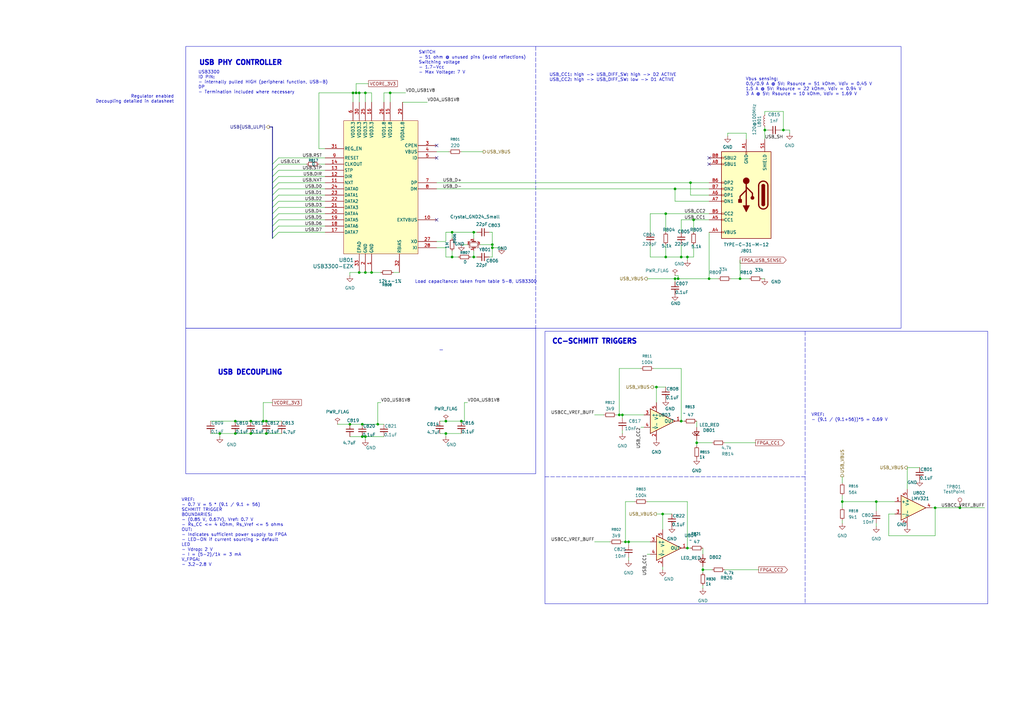
<source format=kicad_sch>
(kicad_sch (version 20250114) (generator "eeschema") (generator_version "9.0")
  (paper "A3")
  (rectangle (start 76.2 134.62) (end 219.71 194.31))
  (rectangle (start 223.52 135.89) (end 405.13 247.65))
  (rectangle (start 76.2 19.05) (end 369.57 134.62))
  (text "Vbus sensing: \n0.5/0.9 A @ 5V: Rsource = 51 kOhm, Vdiv = 0.45 V\n1.5 A @ 5V: Rsource = 22 kOhm, Vdiv = 0.94 V\n3 A @ 5V: Rsource = 10 kOhm, Vdiv = 1.69 V" (at 305.816 39.37 0) (effects (font (size 1.27 1.27)) (justify left bottom)))
  (text "VREF:\n- (9.1 / (9.1+56))*5 = 0.69 V\n" (at 332.74 172.974 0) (effects (font (size 1.27 1.27)) (justify left bottom)))
  (text "USB3300\nID PIN: \n- internally pulled HIGH (peripheral function, USB-B)\nDP\n- Termination included where necessary" (at 81.28 38.608 0) (effects (font (size 1.27 1.27)) (justify left bottom)))
  (text "Load capacitance: taken from table 5-8, USB3300" (at 170.18 116.332 0) (effects (font (size 1.27 1.27)) (justify left bottom)))
  (text "USB_CC1: high -> USB_DIFF_SW: high -> D2 ACTIVE\nUSB_CC2: high -> USB_DIFF_SW: low -> D1 ACTIVE" (at 225.298 33.528 0) (effects (font (size 1.27 1.27)) (justify left bottom)))
  (text "VREF:\n- 0.7 V = 5 * (9.1 / 9.1 + 56)\nSCHMITT TRIGGER\nBOUNDARIES:\n- (0.85 V, 0.67V), Vref: 0.7 V\n- Rs_CC <= 4 kOhm, Rs_Vref <= 5 ohms\nOUT:\n- Indicates sufficient power supply to FPGA\n- LED-ON if current sourcing > default\nLED\n- Vdrop: 2 V\n- I = (5-2)/1k = 3 mA\nV_FPGA:\n- 3.2-2.8 V" (at 74.422 232.41 0) (effects (font (size 1.27 1.27)) (justify left bottom)))
  (text "Regulator enabled\nDecoupling detailed in datasheet" (at 71.374 42.418 0) (effects (font (size 1.27 1.27)) (justify right bottom)))
  (text "SWITCH\n- 51 ohm @ unused pins (avoid reflections)\nSwitching voltage\n- 1.7-Vcc\n- Max Voltage: 7 V" (at 171.704 30.48 0) (effects (font (size 1.27 1.27)) (justify left bottom)))
  (text_box "USB PHY CONTROLLER" (at 80.01 22.86 0) (size 48.26 5.08) (margins 1.4999 1.4999 1.4999 1.4999) (stroke (width -0.0001)) (effects (font (size 2 2) (thickness 2) (bold yes)) (justify left top)))
  (text_box "USB DECOUPLING" (at 87.63 149.86 0) (size 48.26 5.08) (margins 1.4999 1.4999 1.4999 1.4999) (stroke (width -0.0001)) (effects (font (size 2 2) (thickness 2) (bold yes)) (justify left top)))
  (text_box "CC-SCHMITT TRIGGERS" (at 224.79 137.16 0) (size 48.26 5.08) (margins 1.4999 1.4999 1.4999 1.4999) (stroke (width -0.0001)) (effects (font (size 2 2) (thickness 2) (bold yes)) (justify left top)))
  (junction (at 182.88 177.8))
  (junction (at 281.94 105.41))
  (junction (at 96.52 172.72))
  (junction (at 96.52 177.8))
  (junction (at 303.53 114.3))
  (junction (at 273.05 105.41))
  (junction (at 279.4 105.41))
  (junction (at 285.75 181.61))
  (junction (at 201.93 101.6))
  (junction (at 393.7 208.28))
  (junction (at 278.13 114.3))
  (junction (at 321.31 53.34))
  (junction (at 283.21 74.93))
  (junction (at 149.86 111.76))
  (junction (at 194.31 105.41))
  (junction (at 345.44 205.74))
  (junction (at 148.59 173.99))
  (junction (at 313.69 53.34))
  (junction (at 109.22 177.8))
  (junction (at 148.59 179.07))
  (junction (at 359.41 205.74))
  (junction (at 102.87 172.72))
  (junction (at 288.29 233.68))
  (junction (at 194.31 95.25))
  (junction (at 147.32 38.1))
  (junction (at 279.4 172.72))
  (junction (at 185.42 95.25))
  (junction (at 160.02 38.1))
  (junction (at 201.93 100.33))
  (junction (at 143.51 173.99))
  (junction (at 102.87 177.8))
  (junction (at 256.54 222.25))
  (junction (at 257.81 222.25))
  (junction (at 147.32 111.76))
  (junction (at 281.94 224.79))
  (junction (at 144.78 38.1))
  (junction (at 182.88 172.72))
  (junction (at 152.4 111.76))
  (junction (at 255.27 170.18))
  (junction (at 107.95 172.72))
  (junction (at 276.86 77.47))
  (junction (at 154.94 173.99))
  (junction (at 146.05 38.1))
  (junction (at 273.05 87.63))
  (junction (at 271.78 210.82))
  (junction (at 149.86 38.1))
  (junction (at 269.24 158.75))
  (junction (at 290.83 114.3))
  (junction (at 90.17 177.8))
  (junction (at 149.86 179.07))
  (junction (at 109.22 172.72))
  (junction (at 276.86 114.3))
  (junction (at 254 170.18))
  (junction (at 383.54 208.28))
  (junction (at 189.23 172.72))
  (junction (at 185.42 105.41))
  (junction (at 284.48 90.17))
  (no_connect (at 290.83 64.77))
  (no_connect (at 179.07 59.69))
  (no_connect (at 290.83 67.31))
  (no_connect (at 179.07 64.77))
  (no_connect (at 179.07 90.17))
  (bus_entry (at 114.3 85.09) (size -2.54 2.54))
  (bus_entry (at 114.3 90.17) (size -2.54 2.54))
  (bus_entry (at 114.3 92.71) (size -2.54 2.54))
  (bus_entry (at 114.3 64.77) (size -2.54 2.54))
  (bus_entry (at 114.3 77.47) (size -2.54 2.54))
  (bus_entry (at 114.3 69.85) (size -2.54 2.54))
  (bus_entry (at 114.3 80.01) (size -2.54 2.54))
  (bus_entry (at 114.3 74.93) (size -2.54 2.54))
  (bus_entry (at 114.3 67.31) (size -2.54 2.54))
  (bus_entry (at 114.3 87.63) (size -2.54 2.54))
  (bus_entry (at 114.3 95.25) (size -2.54 2.54))
  (bus_entry (at 114.3 72.39) (size -2.54 2.54))
  (bus_entry (at 114.3 82.55) (size -2.54 2.54))
  (wire (pts (xy 196.85 100.33) (xy 201.93 100.33)))
  (wire (pts (xy 323.85 53.34) (xy 321.31 53.34)))
  (wire (pts (xy 133.35 74.93) (xy 114.3 74.93)))
  (wire (pts (xy 283.21 224.79) (xy 281.94 224.79)))
  (wire (pts (xy 149.86 38.1) (xy 149.86 41.91)))
  (wire (pts (xy 157.48 38.1) (xy 157.48 41.91)))
  (wire (pts (xy 96.52 177.8) (xy 102.87 177.8)))
  (wire (pts (xy 182.88 99.06) (xy 179.07 99.06)))
  (wire (pts (xy 165.1 41.91) (xy 175.26 41.91)))
  (wire (pts (xy 285.75 181.61) (xy 292.1 181.61)))
  (wire (pts (xy 149.86 180.34) (xy 149.86 179.07)))
  (bus (pts (xy 111.76 69.85) (xy 111.76 72.39)))
  (wire (pts (xy 182.88 177.8) (xy 182.88 179.07)))
  (wire (pts (xy 190.5 165.1) (xy 190.5 172.72)))
  (wire (pts (xy 180.34 177.8) (xy 182.88 177.8)))
  (wire (pts (xy 364.49 210.82) (xy 367.03 210.82)))
  (wire (pts (xy 271.78 210.82) (xy 275.59 210.82)))
  (wire (pts (xy 111.76 165.1) (xy 107.95 165.1)))
  (wire (pts (xy 243.84 222.25) (xy 250.19 222.25)))
  (bus (pts (xy 111.76 92.71) (xy 111.76 95.25)))
  (wire (pts (xy 255.27 170.18) (xy 255.27 171.45)))
  (wire (pts (xy 147.32 38.1) (xy 146.05 38.1)))
  (wire (pts (xy 345.44 203.2) (xy 345.44 205.74)))
  (wire (pts (xy 285.75 180.34) (xy 285.75 181.61)))
  (wire (pts (xy 359.41 205.74) (xy 367.03 205.74)))
  (wire (pts (xy 160.02 38.1) (xy 160.02 41.91)))
  (wire (pts (xy 156.21 165.1) (xy 154.94 165.1)))
  (bus (pts (xy 111.76 92.71) (xy 111.76 90.17)))
  (wire (pts (xy 279.4 105.41) (xy 281.94 105.41)))
  (wire (pts (xy 195.58 95.25) (xy 194.31 95.25)))
  (wire (pts (xy 147.32 111.76) (xy 149.86 111.76)))
  (wire (pts (xy 187.96 105.41) (xy 185.42 105.41)))
  (wire (pts (xy 281.94 105.41) (xy 281.94 106.68)))
  (wire (pts (xy 182.88 172.72) (xy 189.23 172.72)))
  (wire (pts (xy 182.88 101.6) (xy 179.07 101.6)))
  (wire (pts (xy 109.22 177.8) (xy 115.57 177.8)))
  (wire (pts (xy 256.54 222.25) (xy 255.27 222.25)))
  (bus (pts (xy 110.49 52.07) (xy 111.76 52.07)))
  (wire (pts (xy 314.96 53.34) (xy 313.69 53.34)))
  (wire (pts (xy 267.97 158.75) (xy 269.24 158.75)))
  (wire (pts (xy 288.29 233.68) (xy 288.29 234.95)))
  (wire (pts (xy 185.42 102.87) (xy 185.42 105.41)))
  (wire (pts (xy 345.44 205.74) (xy 359.41 205.74)))
  (wire (pts (xy 260.35 205.74) (xy 256.54 205.74)))
  (wire (pts (xy 185.42 95.25) (xy 182.88 95.25)))
  (wire (pts (xy 359.41 215.9) (xy 359.41 214.63)))
  (wire (pts (xy 265.43 227.33) (xy 266.7 227.33)))
  (wire (pts (xy 290.83 82.55) (xy 276.86 82.55)))
  (wire (pts (xy 102.87 172.72) (xy 107.95 172.72)))
  (wire (pts (xy 269.24 158.75) (xy 273.05 158.75)))
  (wire (pts (xy 284.48 90.17) (xy 290.83 90.17)))
  (wire (pts (xy 201.93 101.6) (xy 201.93 105.41)))
  (wire (pts (xy 201.93 95.25) (xy 201.93 100.33)))
  (wire (pts (xy 189.23 172.72) (xy 190.5 172.72)))
  (wire (pts (xy 284.48 100.33) (xy 284.48 105.41)))
  (wire (pts (xy 191.77 100.33) (xy 189.23 100.33)))
  (bus (pts (xy 111.76 85.09) (xy 111.76 82.55)))
  (bus (pts (xy 111.76 82.55) (xy 111.76 80.01)))
  (wire (pts (xy 146.05 38.1) (xy 144.78 38.1)))
  (wire (pts (xy 133.35 64.77) (xy 114.3 64.77)))
  (wire (pts (xy 254 170.18) (xy 252.73 170.18)))
  (wire (pts (xy 182.88 95.25) (xy 182.88 99.06)))
  (wire (pts (xy 276.86 77.47) (xy 290.83 77.47)))
  (wire (pts (xy 278.13 114.3) (xy 278.13 113.03)))
  (wire (pts (xy 284.48 105.41) (xy 281.94 105.41)))
  (wire (pts (xy 149.86 179.07) (xy 157.48 179.07)))
  (wire (pts (xy 284.48 90.17) (xy 284.48 95.25)))
  (wire (pts (xy 152.4 41.91) (xy 152.4 38.1)))
  (wire (pts (xy 257.81 222.25) (xy 257.81 223.52)))
  (wire (pts (xy 323.85 53.34) (xy 323.85 54.61)))
  (wire (pts (xy 285.75 175.26) (xy 285.75 172.72)))
  (wire (pts (xy 109.22 172.72) (xy 115.57 172.72)))
  (wire (pts (xy 138.43 173.99) (xy 143.51 173.99)))
  (wire (pts (xy 278.13 113.03) (xy 276.86 113.03)))
  (wire (pts (xy 313.69 45.72) (xy 313.69 46.99)))
  (wire (pts (xy 267.97 151.13) (xy 279.4 151.13)))
  (wire (pts (xy 273.05 105.41) (xy 279.4 105.41)))
  (wire (pts (xy 262.89 175.26) (xy 264.16 175.26)))
  (wire (pts (xy 255.27 170.18) (xy 264.16 170.18)))
  (wire (pts (xy 185.42 105.41) (xy 182.88 105.41)))
  (wire (pts (xy 114.3 82.55) (xy 133.35 82.55)))
  (wire (pts (xy 359.41 205.74) (xy 359.41 209.55)))
  (wire (pts (xy 133.35 95.25) (xy 114.3 95.25)))
  (wire (pts (xy 297.18 233.68) (xy 311.15 233.68)))
  (wire (pts (xy 194.31 105.41) (xy 195.58 105.41)))
  (wire (pts (xy 265.43 114.3) (xy 276.86 114.3)))
  (bus (pts (xy 111.76 67.31) (xy 111.76 69.85)))
  (wire (pts (xy 133.35 85.09) (xy 114.3 85.09)))
  (wire (pts (xy 290.83 80.01) (xy 283.21 80.01)))
  (wire (pts (xy 279.4 100.33) (xy 279.4 105.41)))
  (wire (pts (xy 372.11 191.77) (xy 372.11 200.66)))
  (wire (pts (xy 130.81 38.1) (xy 144.78 38.1)))
  (wire (pts (xy 303.53 114.3) (xy 303.53 106.68)))
  (wire (pts (xy 265.43 205.74) (xy 281.94 205.74)))
  (wire (pts (xy 201.93 101.6) (xy 201.93 100.33)))
  (bus (pts (xy 111.76 80.01) (xy 111.76 77.47)))
  (wire (pts (xy 133.35 92.71) (xy 114.3 92.71)))
  (bus (pts (xy 111.76 87.63) (xy 111.76 85.09)))
  (wire (pts (xy 298.45 54.61) (xy 306.07 54.61)))
  (wire (pts (xy 290.83 114.3) (xy 294.64 114.3)))
  (wire (pts (xy 393.7 208.28) (xy 403.86 208.28)))
  (wire (pts (xy 160.02 38.1) (xy 166.37 38.1)))
  (wire (pts (xy 256.54 205.74) (xy 256.54 222.25)))
  (wire (pts (xy 266.7 105.41) (xy 273.05 105.41)))
  (polyline (pts (xy 219.71 19.05) (xy 219.71 134.62)) (stroke (width 0) (type dash)))
  (wire (pts (xy 180.34 172.72) (xy 182.88 172.72)))
  (wire (pts (xy 280.67 172.72) (xy 279.4 172.72)))
  (wire (pts (xy 254 170.18) (xy 255.27 170.18)))
  (wire (pts (xy 279.4 95.25) (xy 279.4 90.17)))
  (wire (pts (xy 288.29 232.41) (xy 288.29 233.68)))
  (wire (pts (xy 143.51 111.76) (xy 143.51 113.03)))
  (wire (pts (xy 143.51 179.07) (xy 148.59 179.07)))
  (wire (pts (xy 279.4 90.17) (xy 284.48 90.17)))
  (wire (pts (xy 133.35 69.85) (xy 114.3 69.85)))
  (polyline (pts (xy 234.95 306.07) (xy 346.71 306.07)) (stroke (width 0) (type dash)))
  (wire (pts (xy 288.29 227.33) (xy 288.29 224.79)))
  (wire (pts (xy 297.18 181.61) (xy 309.88 181.61)))
  (wire (pts (xy 90.17 177.8) (xy 96.52 177.8)))
  (wire (pts (xy 278.13 114.3) (xy 276.86 114.3)))
  (wire (pts (xy 281.94 205.74) (xy 281.94 224.79)))
  (wire (pts (xy 257.81 228.6) (xy 257.81 229.87)))
  (wire (pts (xy 266.7 95.25) (xy 266.7 87.63)))
  (polyline (pts (xy 236.22 307.34) (xy 347.98 307.34)) (stroke (width 0) (type dash)))
  (wire (pts (xy 152.4 38.1) (xy 149.86 38.1)))
  (wire (pts (xy 383.54 219.71) (xy 364.49 219.71)))
  (wire (pts (xy 143.51 111.76) (xy 147.32 111.76)))
  (bus (pts (xy 111.76 95.25) (xy 111.76 97.79)))
  (wire (pts (xy 298.45 54.61) (xy 298.45 55.88)))
  (wire (pts (xy 157.48 173.99) (xy 154.94 173.99)))
  (wire (pts (xy 144.78 38.1) (xy 144.78 41.91)))
  (wire (pts (xy 201.93 101.6) (xy 205.74 101.6)))
  (wire (pts (xy 96.52 172.72) (xy 102.87 172.72)))
  (wire (pts (xy 102.87 177.8) (xy 109.22 177.8)))
  (wire (pts (xy 290.83 95.25) (xy 290.83 114.3)))
  (wire (pts (xy 313.69 57.15) (xy 313.69 53.34)))
  (wire (pts (xy 273.05 87.63) (xy 290.83 87.63)))
  (wire (pts (xy 200.66 95.25) (xy 201.93 95.25)))
  (wire (pts (xy 147.32 38.1) (xy 147.32 41.91)))
  (wire (pts (xy 273.05 87.63) (xy 273.05 95.25)))
  (wire (pts (xy 133.35 80.01) (xy 114.3 80.01)))
  (wire (pts (xy 283.21 74.93) (xy 290.83 74.93)))
  (wire (pts (xy 243.84 170.18) (xy 247.65 170.18)))
  (wire (pts (xy 262.89 151.13) (xy 254 151.13)))
  (wire (pts (xy 303.53 114.3) (xy 307.34 114.3)))
  (wire (pts (xy 383.54 208.28) (xy 393.7 208.28)))
  (wire (pts (xy 152.4 111.76) (xy 156.21 111.76)))
  (bus (pts (xy 111.76 72.39) (xy 111.76 74.93)))
  (wire (pts (xy 283.21 74.93) (xy 283.21 80.01)))
  (wire (pts (xy 107.95 172.72) (xy 109.22 172.72)))
  (wire (pts (xy 151.13 34.29) (xy 146.05 34.29)))
  (wire (pts (xy 288.29 233.68) (xy 292.1 233.68)))
  (wire (pts (xy 271.78 233.68) (xy 271.78 232.41)))
  (wire (pts (xy 279.4 151.13) (xy 279.4 172.72)))
  (polyline (pts (xy 330.2 135.89) (xy 330.2 247.65)) (stroke (width 0) (type dash)))
  (wire (pts (xy 306.07 54.61) (xy 306.07 57.15)))
  (wire (pts (xy 312.42 114.3) (xy 313.69 114.3)))
  (wire (pts (xy 179.07 62.23) (xy 184.15 62.23)))
  (wire (pts (xy 257.81 222.25) (xy 256.54 222.25)))
  (wire (pts (xy 364.49 210.82) (xy 364.49 219.71)))
  (wire (pts (xy 86.36 177.8) (xy 90.17 177.8)))
  (wire (pts (xy 255.27 176.53) (xy 255.27 177.8)))
  (wire (pts (xy 278.13 114.3) (xy 290.83 114.3)))
  (wire (pts (xy 86.36 172.72) (xy 96.52 172.72)))
  (wire (pts (xy 130.81 67.31) (xy 133.35 67.31)))
  (wire (pts (xy 149.86 179.07) (xy 148.59 179.07)))
  (polyline (pts (xy 180.34 143.51) (xy 181.61 143.51)))
  (wire (pts (xy 299.72 114.3) (xy 303.53 114.3)))
  (wire (pts (xy 285.75 181.61) (xy 285.75 182.88)))
  (wire (pts (xy 133.35 77.47) (xy 114.3 77.47)))
  (wire (pts (xy 266.7 100.33) (xy 266.7 105.41)))
  (wire (pts (xy 149.86 38.1) (xy 147.32 38.1)))
  (wire (pts (xy 313.69 45.72) (xy 321.31 45.72)))
  (wire (pts (xy 146.05 34.29) (xy 146.05 38.1)))
  (polyline (pts (xy 223.52 195.58) (xy 330.2 195.58)) (stroke (width 0) (type dash)))
  (wire (pts (xy 269.24 210.82) (xy 271.78 210.82)))
  (wire (pts (xy 321.31 45.72) (xy 321.31 53.34)))
  (wire (pts (xy 133.35 87.63) (xy 114.3 87.63)))
  (wire (pts (xy 143.51 173.99) (xy 148.59 173.99)))
  (wire (pts (xy 133.35 72.39) (xy 114.3 72.39)))
  (wire (pts (xy 194.31 95.25) (xy 194.31 97.79)))
  (wire (pts (xy 189.23 62.23) (xy 198.12 62.23)))
  (wire (pts (xy 133.35 90.17) (xy 114.3 90.17)))
  (wire (pts (xy 179.07 77.47) (xy 276.86 77.47)))
  (wire (pts (xy 254 151.13) (xy 254 170.18)))
  (wire (pts (xy 271.78 210.82) (xy 271.78 217.17)))
  (wire (pts (xy 160.02 38.1) (xy 157.48 38.1)))
  (wire (pts (xy 130.81 60.96) (xy 130.81 38.1)))
  (wire (pts (xy 133.35 60.96) (xy 130.81 60.96)))
  (wire (pts (xy 114.3 67.31) (xy 125.73 67.31)))
  (wire (pts (xy 345.44 213.36) (xy 345.44 214.63)))
  (wire (pts (xy 345.44 195.58) (xy 345.44 198.12)))
  (wire (pts (xy 273.05 100.33) (xy 273.05 105.41)))
  (wire (pts (xy 154.94 165.1) (xy 154.94 173.99)))
  (wire (pts (xy 276.86 77.47) (xy 276.86 82.55)))
  (bus (pts (xy 111.76 87.63) (xy 111.76 90.17)))
  (wire (pts (xy 148.59 173.99) (xy 154.94 173.99)))
  (wire (pts (xy 372.11 191.77) (xy 377.19 191.77)))
  (wire (pts (xy 185.42 95.25) (xy 185.42 97.79)))
  (wire (pts (xy 383.54 219.71) (xy 383.54 208.28)))
  (wire (pts (xy 269.24 158.75) (xy 269.24 165.1)))
  (wire (pts (xy 182.88 101.6) (xy 182.88 105.41)))
  (wire (pts (xy 182.88 177.8) (xy 189.23 177.8)))
  (wire (pts (xy 149.86 111.76) (xy 152.4 111.76)))
  (wire (pts (xy 194.31 102.87) (xy 194.31 105.41)))
  (wire (pts (xy 266.7 87.63) (xy 273.05 87.63)))
  (wire (pts (xy 276.86 115.57) (xy 276.86 114.3)))
  (bus (pts (xy 111.76 74.93) (xy 111.76 77.47)))
  (bus (pts (xy 111.76 52.07) (xy 111.76 67.31)))
  (wire (pts (xy 345.44 205.74) (xy 345.44 208.28)))
  (wire (pts (xy 194.31 95.25) (xy 185.42 95.25)))
  (wire (pts (xy 191.77 165.1) (xy 190.5 165.1)))
  (wire (pts (xy 161.29 111.76) (xy 163.83 111.76)))
  (wire (pts (xy 288.29 241.3) (xy 288.29 240.03)))
  (wire (pts (xy 320.04 53.34) (xy 321.31 53.34)))
  (wire (pts (xy 201.93 105.41) (xy 200.66 105.41)))
  (wire (pts (xy 383.54 208.28) (xy 382.27 208.28)))
  (wire (pts (xy 179.07 74.93) (xy 283.21 74.93)))
  (wire (pts (xy 90.17 179.07) (xy 90.17 177.8)))
  (wire (pts (xy 107.95 165.1) (xy 107.95 172.72)))
  (wire (pts (xy 313.69 52.07) (xy 313.69 53.34)))
  (wire (pts (xy 257.81 222.25) (xy 266.7 222.25)))
  (wire (pts (xy 194.31 105.41) (xy 193.04 105.41)))
  (label "USB_CC2" (at 262.89 175.26 270))
  (label "USB.RST" (at 132.08 64.77 180))
  (label "USB_CC2" (at 280.67 87.63 0))
  (label "USBCC_VREF_BUFF" (at 403.86 208.28 180))
  (label "USBCC_VREF_BUFF" (at 243.84 222.25 180))
  (label "USB_D+" (at 181.61 74.93 0))
  (label "USB.D4" (at 132.08 87.63 180))
  (label "USB_CC1" (at 265.43 227.33 270))
  (label "USB.D6" (at 132.08 92.71 180))
  (label "USB_D-" (at 181.61 77.47 0))
  (label "USB.CLK" (at 123.19 67.31 180))
  (label "VDD_USB1V8" (at 156.21 165.1 0))
  (label "USBCC_VREF_BUFF" (at 243.84 170.18 180))
  (label "USB_CC1" (at 280.67 90.17 0))
  (label "USB.D7" (at 132.08 95.25 180))
  (label "USB.D5" (at 132.08 90.17 180))
  (label "VDD_USB1V8" (at 166.37 38.1 0))
  (label "USB.DIR" (at 132.08 72.39 180))
  (label "USB.D2" (at 132.08 82.55 180))
  (label "USB.STP" (at 132.08 69.85 180))
  (label "USB.D3" (at 132.08 85.09 180))
  (label "VDDA_USB1V8" (at 191.77 165.1 0))
  (label "VDDA_USB1V8" (at 175.26 41.91 0))
  (label "USB_SH" (at 313.69 57.15 0))
  (label "USB.D0" (at 132.08 77.47 180))
  (label "USB.NXT" (at 132.08 74.93 180))
  (label "USB.D1" (at 132.08 80.01 180))
  (global_label "VCORE_3V3" (shape passive) (at 111.76 165.1 0) (property "Intersheetrefs" "${INTERSHEET_REFS}" (effects (hide yes))))
  (global_label "FPGA_CC2" (shape output) (at 311.15 233.68 0) (property "Intersheetrefs" "${INTERSHEET_REFS}" (effects (hide yes))))
  (global_label "FPGA_CC1" (shape output) (at 309.88 181.61 0) (property "Intersheetrefs" "${INTERSHEET_REFS}" (effects (hide yes))))
  (global_label "FPGA_USB_SENSE" (shape output) (at 303.53 106.68 0) (property "Intersheetrefs" "${INTERSHEET_REFS}" (effects (hide yes))))
  (global_label "VCORE_3V3" (shape passive) (at 151.13 34.29 0) (property "Intersheetrefs" "${INTERSHEET_REFS}" (effects (hide yes))))
  (hierarchical_label "USB{USB_ULPI}" (shape output) (at 110.49 52.07 180))
  (hierarchical_label "USB_VBUS" (shape output) (at 269.24 210.82 180))
  (hierarchical_label "USB_VBUS" (shape output) (at 198.12 62.23 0))
  (hierarchical_label "USB_VBUS" (shape output) (at 345.44 195.58 90))
  (hierarchical_label "USB_VBUS" (shape output) (at 265.43 114.3 180))
  (hierarchical_label "USB_VBUS" (shape output) (at 267.97 158.75 180))
  (hierarchical_label "USB_VBUS" (shape output) (at 372.11 191.77 180))
  (symbol (lib_id "Device:R_Small") (at 283.21 172.72 270) (mirror x) (unit 1)
    (property "Reference" "R813" (at 282.956 166.878 90) (effects (font (size 1.016 1.016))))
    (property "Value" "47" (at 283.21 170.18 90))
    (property "Footprint" "Resistor_SMD:R_0603_1608Metric" (effects (hide yes)))
    (property "Datasheet" "https://jlcpcb.com/api/file/downloadByFileSystemAccessId/8579706226143518720" (effects (hide yes)))
    (property "Description" "Resistor, small symbol" (effects (hide yes)))
    (property "LCSC Part Number" "C23182" (effects (hide yes)))
    (property "Manufacturing Part Number" "0603WAF470JT5E" (effects (hide yes)))
  )
  (symbol (lib_id "Device:R_Small") (at 297.18 114.3 90) (unit 1)
    (property "Reference" "R809" (at 295.91 111.76 90) (effects (justify left)))
    (property "Value" "33k" (at 298.45 110.49 90) (effects (justify left)))
    (property "Footprint" "Resistor_SMD:R_0603_1608Metric" (effects (hide yes)))
    (property "Description" "Resistor, small symbol" (effects (hide yes)))
    (property "LCSC Part Number" "C4216" (effects (hide yes)))
    (property "Manufacturing Part Number" "0603WAF3302T5E" (effects (hide yes)))
  )
  (symbol (lib_id "Device:C_Small") (at 275.59 213.36 0) (unit 1)
    (property "Reference" "C822" (at 275.844 211.582 0) (effects (justify left)))
    (property "Value" "0.1uF" (at 275.59 215.138 0) (effects (justify left)))
    (property "Footprint" "Capacitor_SMD:C_0201_0603Metric" (effects (hide yes)))
    (property "Datasheet" "https://jlcpcb.com/api/file/downloadByFileSystemAccessId/8603345729432014848" (effects (hide yes)))
    (property "Description" "X7R" (effects (hide yes)))
    (property "LCSC Part Number" "C22435929" (effects (hide yes)))
    (property "Manufacturing Part Number" "CGA0201X7R104K160ET " (effects (hide yes)))
  )
  (symbol (lib_id "Device:C_Small") (at 157.48 176.53 0) (unit 1)
    (property "Reference" "C821" (at 157.734 174.752 0) (effects (justify left)))
    (property "Value" "0.1uF" (at 157.48 178.308 0) (effects (justify left)))
    (property "Footprint" "Capacitor_SMD:C_0201_0603Metric" (effects (hide yes)))
    (property "Datasheet" "https://jlcpcb.com/api/file/downloadByFileSystemAccessId/8603345729432014848" (effects (hide yes)))
    (property "Description" "X7R" (effects (hide yes)))
    (property "LCSC Part Number" "C22435929" (effects (hide yes)))
    (property "Manufacturing Part Number" "CGA0201X7R104K160ET " (effects (hide yes)))
  )
  (symbol (lib_id "power:GND") (at 276.86 120.65 0) (unit 1)
    (property "Reference" "#PWR0810" (effects (hide yes)))
    (property "Value" "GND" (at 277.114 124.46 0))
    (property "Description" "Power symbol creates a global label with name \"GND\" , ground" (effects (hide yes)))
  )
  (symbol (lib_id "Device:R_Small") (at 285.75 185.42 0) (unit 1)
    (property "Reference" "R815" (at 287.02 185.42 0) (effects (font (size 1.016 1.016)) (justify left)))
    (property "Value" "1k" (at 286.766 187.452 0) (effects (justify left)))
    (property "Footprint" "Resistor_SMD:R_0603_1608Metric" (effects (hide yes)))
    (property "Datasheet" "https://jlcpcb.com/api/file/downloadByFileSystemAccessId/8579706098733010944" (effects (hide yes)))
    (property "Description" "Resistor, small symbol" (effects (hide yes)))
    (property "LCSC Part Number" "C21190" (effects (hide yes)))
    (property "Manufacturing Part Number" "0603WAF1001T5E " (effects (hide yes)))
  )
  (symbol (lib_id "Device:C_Small") (at 96.52 175.26 0) (unit 1)
    (property "Reference" "C810" (at 96.774 173.482 0) (effects (justify left)))
    (property "Value" "0.1uF" (at 96.52 177.038 0) (effects (justify left)))
    (property "Footprint" "Capacitor_SMD:C_0201_0603Metric" (effects (hide yes)))
    (property "Datasheet" "https://jlcpcb.com/api/file/downloadByFileSystemAccessId/8603345729432014848" (effects (hide yes)))
    (property "Description" "X7R" (effects (hide yes)))
    (property "LCSC Part Number" "C22435929" (effects (hide yes)))
    (property "Manufacturing Part Number" "CGA0201X7R104K160ET " (effects (hide yes)))
  )
  (symbol (lib_id "Device:R_Small") (at 190.5 105.41 270) (mirror x) (unit 1)
    (property "Reference" "R807" (at 190.754 103.632 90) (effects (font (size 1.016 1.016))))
    (property "Value" "0" (at 190.754 107.442 90))
    (property "Footprint" "Resistor_SMD:R_0402_1005Metric_Pad0.72x0.64mm_HandSolder" (effects (hide yes)))
    (property "Description" "Resistor, small symbol" (effects (hide yes)))
    (property "LCSC Part Number" "C17168" (effects (hide yes)))
    (property "Manufacturing Part Number" "0402WGF0000TCE" (effects (hide yes)))
  )
  (symbol (lib_id "Device:R_Small") (at 345.44 210.82 180) (unit 1)
    (property "Reference" "R818" (at 347.98 209.5499 0) (effects (font (size 1.016 1.016)) (justify right)))
    (property "Value" "9k1" (at 347.98 212.0899 0) (effects (justify right)))
    (property "Footprint" "Resistor_SMD:R_0603_1608Metric_Pad0.98x0.95mm_HandSolder" (effects (hide yes)))
    (property "Description" "Resistor, small symbol" (effects (hide yes)))
    (property "LCSC Part Number" "C23260" (effects (hide yes)))
    (property "Manufacturing Part Number" "0603WAF9101T5E" (effects (hide yes)))
  )
  (symbol (lib_id "Device:R_Small") (at 309.88 114.3 90) (unit 1)
    (property "Reference" "R810" (at 308.61 111.76 90) (effects (justify left)))
    (property "Value" "33k" (at 313.182 110.744 90) (effects (justify left)))
    (property "Footprint" "Resistor_SMD:R_0603_1608Metric" (effects (hide yes)))
    (property "Description" "Resistor, small symbol" (effects (hide yes)))
    (property "LCSC Part Number" "C4216" (effects (hide yes)))
    (property "Manufacturing Part Number" "0603WAF3302T5E" (effects (hide yes)))
  )
  (symbol (lib_id "power:GND") (at 281.94 106.68 0) (unit 1)
    (property "Reference" "#PWR0807" (effects (hide yes)))
    (property "Value" "GND" (at 278.638 108.204 0))
    (property "Description" "Power symbol creates a global label with name \"GND\" , ground" (effects (hide yes)))
  )
  (symbol (lib_id "iw-phyctrl:USB3300-EZK") (at 193.04 53.34 0) (mirror y) (unit 1)
    (property "Reference" "U801" (at 145.1767 106.68 0) (effects (font (size 1.524 1.524)) (justify left)))
    (property "Value" "USB3300-EZK" (at 145.1767 109.22 0) (effects (font (size 1.524 1.524)) (justify left)))
    (property "Footprint" "iw-phyctrl:QFN32_5X5MC_MCH" (effects (hide yes)))
    (property "Datasheet" "USB3300-EZK" (effects (hide yes)))
    (property "LCSC Part Number" "C108383" (effects (hide yes)))
    (property "Manufacturing Part Number" "USB3300-EZK-TR " (effects (hide yes)))
  )
  (symbol (lib_id "iw-analog:COS3201") (at 276.86 172.72 0) (unit 1)
    (property "Reference" "U803" (at 272.542 170.18 0))
    (property "Value" "~" (at 280.67 169.4749 0))
    (property "Footprint" "Package_TO_SOT_SMD:SOT-23-5" (effects (hide yes)))
    (property "Datasheet" "https://xonstorage.blob.core.windows.net/pdf/cosine_cos3201tr_apr22_xonlink.pdf" (effects (hide yes)))
    (property "LCSC Part Number" "C3035955" (effects (hide yes)))
    (property "Manufacturing Part Number" "COS3201TR" (effects (hide yes)))
  )
  (symbol (lib_id "power:GND") (at 257.81 229.87 0) (unit 1)
    (property "Reference" "#PWR0822" (effects (hide yes)))
    (property "Value" "GND" (at 257.81 234.95 0))
    (property "Description" "Power symbol creates a global label with name \"GND\" , ground" (effects (hide yes)))
  )
  (symbol (lib_id "Device:C_Small") (at 317.5 53.34 90) (unit 1)
    (property "Reference" "C815" (at 317.5063 46.99 90))
    (property "Value" "1nF" (at 317.5063 49.53 90))
    (property "Footprint" "Capacitor_SMD:C_1206_3216Metric" (effects (hide yes)))
    (property "Datasheet" "https://jlcpcb.com/api/file/downloadByFileSystemAccessId/8588884724085362688" (effects (hide yes)))
    (property "Description" "2kV ESD protection capacitor" (effects (hide yes)))
    (property "LCSC Part Number" "C9196" (effects (hide yes)))
    (property "Manufacturing Part Number" "1206B102K202NT" (effects (hide yes)))
  )
  (symbol (lib_id "power:GND") (at 323.85 54.61 0) (unit 1)
    (property "Reference" "#PWR0801" (effects (hide yes)))
    (property "Value" "GND" (at 323.85 59.69 0))
    (property "Description" "Power symbol creates a global label with name \"GND\" , ground" (effects (hide yes)))
  )
  (symbol (lib_id "power:PWR_FLAG") (at 182.88 172.72 0) (unit 1)
    (property "Reference" "#FLG0802" (effects (hide yes)))
    (property "Value" "PWR_FLAG" (at 182.88 167.64 0))
    (property "Description" "Special symbol for telling ERC where power comes from" (effects (hide yes)))
  )
  (symbol (lib_id "power:GND") (at 345.44 214.63 0) (unit 1)
    (property "Reference" "#PWR0818" (effects (hide yes)))
    (property "Value" "GND" (at 345.44 219.71 0))
    (property "Description" "Power symbol creates a global label with name \"GND\" , ground" (effects (hide yes)))
  )
  (symbol (lib_id "Connector:TestPoint") (at 393.7 208.28 0) (unit 1) (in_bom no)
    (property "Reference" "TP801" (at 388.112 199.644 0) (effects (justify left)))
    (property "Value" "TestPoint" (at 386.842 201.676 0) (effects (justify left)))
    (property "Footprint" "TestPoint:TestPoint_Loop_D1.80mm_Drill1.0mm_Beaded" (effects (hide yes)))
    (property "Description" "test point" (effects (hide yes)))
  )
  (symbol (lib_id "Device:R_Small") (at 128.27 67.31 270) (mirror x) (unit 1)
    (property "Reference" "R817" (at 128.524 65.786 90) (effects (font (size 1.016 1.016))))
    (property "Value" "0" (at 128.524 67.31 90))
    (property "Footprint" "Resistor_SMD:R_0603_1608Metric" (effects (hide yes)))
    (property "Datasheet" "https://jlcpcb.com/api/file/downloadByFileSystemAccessId/8579706226143518720" (effects (hide yes)))
    (property "Description" "Resistor, small symbol" (effects (hide yes)))
    (property "LCSC Part Number" "C21189" (effects (hide yes)))
    (property "Manufacturing Part Number" "0603WAF0000T5E" (effects (hide yes)))
  )
  (symbol (lib_id "Device:R_Small") (at 158.75 111.76 90) (mirror x) (unit 1)
    (property "Reference" "R808" (at 158.75 116.84 90) (effects (font (size 1.016 1.016))))
    (property "Value" "12k+-1%" (at 160.02 115.316 90))
    (property "Footprint" "Resistor_SMD:R_0603_1608Metric" (effects (hide yes)))
    (property "Description" "12k, should be 12.1k" (effects (hide yes)))
    (property "LCSC Part Number" "C22790" (effects (hide yes)))
    (property "Manufacturing Part Number" "0603WAF1202T5E" (effects (hide yes)))
  )
  (symbol (lib_id "power:GND") (at 269.24 180.34 0) (unit 1)
    (property "Reference" "#PWR0816" (effects (hide yes)))
    (property "Value" "GND" (at 269.24 185.42 0))
    (property "Description" "Power symbol creates a global label with name \"GND\" , ground" (effects (hide yes)))
  )
  (symbol (lib_id "Device:R_Small") (at 262.89 205.74 90) (unit 1)
    (property "Reference" "R803" (at 262.89 200.66 90) (effects (font (size 1.016 1.016))))
    (property "Value" "100k" (at 262.89 203.2 90))
    (property "Footprint" "Resistor_SMD:R_0603_1608Metric_Pad0.98x0.95mm_HandSolder" (effects (hide yes)))
    (property "Datasheet" "https://jlcpcb.com/api/file/downloadByFileSystemAccessId/8579706350726930432" (effects (hide yes)))
    (property "Description" "Resistor, small symbol" (effects (hide yes)))
    (property "LCSC Part Number" "C25803" (effects (hide yes)))
    (property "Manufacturing Part Number" "0603WAF1003T5E" (effects (hide yes)))
  )
  (symbol (lib_id "Device:R_Small") (at 285.75 224.79 270) (mirror x) (unit 1)
    (property "Reference" "R821" (at 285.496 218.948 90) (effects (font (size 1.016 1.016))))
    (property "Value" "47" (at 285.75 222.25 90))
    (property "Footprint" "Resistor_SMD:R_0603_1608Metric" (effects (hide yes)))
    (property "Datasheet" "https://jlcpcb.com/api/file/downloadByFileSystemAccessId/8579706226143518720" (effects (hide yes)))
    (property "Description" "Resistor, small symbol" (effects (hide yes)))
    (property "LCSC Part Number" "C23182" (effects (hide yes)))
    (property "Manufacturing Part Number" "0603WAF470JT5E" (effects (hide yes)))
  )
  (symbol (lib_id "power:GND") (at 90.17 179.07 0) (unit 1)
    (property "Reference" "#PWR0812" (effects (hide yes)))
    (property "Value" "GND" (at 94.996 182.372 0))
    (property "Description" "Power symbol creates a global label with name \"GND\" , ground" (effects (hide yes)))
  )
  (symbol (lib_id "Device:C_Small") (at 86.36 175.26 0) (unit 1)
    (property "Reference" "C809" (at 86.614 173.482 0) (effects (justify left)))
    (property "Value" "0.1uF" (at 86.36 177.038 0) (effects (justify left)))
    (property "Footprint" "Capacitor_SMD:C_0201_0603Metric" (effects (hide yes)))
    (property "Datasheet" "https://jlcpcb.com/api/file/downloadByFileSystemAccessId/8603345729432014848" (effects (hide yes)))
    (property "Description" "X7R" (effects (hide yes)))
    (property "LCSC Part Number" "C22435929" (effects (hide yes)))
    (property "Manufacturing Part Number" "CGA0201X7R104K160ET " (effects (hide yes)))
  )
  (symbol (lib_id "Device:LED_Small") (at 288.29 229.87 90) (unit 1)
    (property "Reference" "D802" (at 290.83 228.5364 90) (effects (justify right)))
    (property "Value" "LED_RED" (at 279.146 228.854 90) (effects (justify right)))
    (property "Footprint" "LED_SMD:LED_0603_1608Metric" (effects (hide yes)))
    (property "Datasheet" "https://jlcpcb.com/api/file/downloadByFileSystemAccessId/8550723991833485312" (effects (hide yes)))
    (property "Description" "Vf: 1.9-2.2V" (effects (hide yes)))
    (property "LCSC Part Number" "C2286" (effects (hide yes)))
    (property "Manufacturing Part Number" "KT-0603R " (effects (hide yes)))
  )
  (symbol (lib_id "Device:C_Small") (at 189.23 175.26 0) (unit 1)
    (property "Reference" "C816" (at 189.484 173.482 0) (effects (justify left)))
    (property "Value" "0.1uF" (at 189.23 177.038 0) (effects (justify left)))
    (property "Footprint" "Capacitor_SMD:C_0201_0603Metric" (effects (hide yes)))
    (property "Datasheet" "https://jlcpcb.com/api/file/downloadByFileSystemAccessId/8603345729432014848" (effects (hide yes)))
    (property "Description" "X7R" (effects (hide yes)))
    (property "LCSC Part Number" "C22435929" (effects (hide yes)))
    (property "Manufacturing Part Number" "CGA0201X7R104K160ET " (effects (hide yes)))
  )
  (symbol (lib_id "Device:R_Small") (at 252.73 222.25 90) (unit 1)
    (property "Reference" "R802" (at 252.73 217.17 90) (effects (font (size 1.016 1.016))))
    (property "Value" "3k9" (at 252.73 219.71 90))
    (property "Footprint" "Resistor_SMD:R_0603_1608Metric_Pad0.98x0.95mm_HandSolder" (effects (hide yes)))
    (property "Description" "Resistor, small symbol" (effects (hide yes)))
    (property "LCSC Part Number" "C23018" (effects (hide yes)))
    (property "Manufacturing Part Number" "0603WAF3901T5E" (effects (hide yes)))
  )
  (symbol (lib_id "Device:C_Small") (at 198.12 105.41 270) (mirror x) (unit 1)
    (property "Reference" "C806" (at 201.93 106.934 90))
    (property "Value" "22pF" (at 197.612 108.712 90))
    (property "Footprint" "Capacitor_SMD:C_0402_1005Metric" (effects (hide yes)))
    (property "Datasheet" "https://jlcpcb.com/api/file/downloadByFileSystemAccessId/8579707297419231232" (effects (hide yes)))
    (property "Description" "C0G, +-5%" (effects (hide yes)))
    (property "LCSC Part Number" "C1555" (effects (hide yes)))
    (property "Manufacturing Part Number" "0402CG220J500NT" (effects (hide yes)))
  )
  (symbol (lib_id "Device:C_Small") (at 359.41 212.09 0) (unit 1)
    (property "Reference" "C802" (at 353.314 211.328 0) (effects (justify left)))
    (property "Value" "10nF" (at 358.648 214.122 0) (effects (justify right)))
    (property "Footprint" "Capacitor_SMD:C_0201_0603Metric" (effects (hide yes)))
    (property "Datasheet" "https://jlcpcb.com/api/file/downloadByFileSystemAccessId/8589040499521306624" (effects (hide yes)))
    (property "Description" "Unpolarized capacitor" (effects (hide yes)))
    (property "LCSC Part Number" "C285010" (effects (hide yes)))
    (property "Manufacturing Part Number" "0201B103K250NT" (effects (hide yes)))
  )
  (symbol (lib_id "power:GND") (at 273.05 163.83 0) (unit 1)
    (property "Reference" "#PWR0811" (effects (hide yes)))
    (property "Value" "GND" (at 274.828 167.64 0))
    (property "Description" "Power symbol creates a global label with name \"GND\" , ground" (effects (hide yes)))
  )
  (symbol (lib_id "Amplifier_Operational:LMV321") (at 374.65 208.28 0) (unit 1)
    (property "Reference" "U802" (at 376.936 202.184 0))
    (property "Value" "LMV321" (at 377.444 204.47 0))
    (property "Footprint" "Package_TO_SOT_SMD:SOT-23-5" (effects (hide yes)))
    (property "Datasheet" "http://www.ti.com/lit/ds/symlink/lmv324.pdf" (effects (hide yes)))
    (property "Description" "Low-Voltage Rail-to-Rail Output Operational Amplifiers, SOT-23-5/SC-70-5" (effects (hide yes)))
    (property "LCSC Part Number" "C7972" (effects (hide yes)))
    (property "Manufacturing Part Number" "LMV321IDBVR" (effects (hide yes)))
  )
  (symbol (lib_id "Device:R_Small") (at 186.69 62.23 270) (mirror x) (unit 1)
    (property "Reference" "R801" (at 186.69 57.15 90) (effects (font (size 1.016 1.016))))
    (property "Value" "220" (at 186.69 59.69 90))
    (property "Footprint" "Resistor_SMD:R_0603_1608Metric" (effects (hide yes)))
    (property "Datasheet" "https://jlcpcb.com/api/file/downloadByFileSystemAccessId/8579706178210742272" (effects (hide yes)))
    (property "Description" "Resistor, small symbol" (effects (hide yes)))
    (property "LCSC Part Number" "C22962" (effects (hide yes)))
    (property "Manufacturing Part Number" "0603WAF2200T5E" (effects (hide yes)))
  )
  (symbol (lib_id "Device:R_Small") (at 250.19 170.18 90) (unit 1)
    (property "Reference" "R812" (at 250.19 165.1 90) (effects (font (size 1.016 1.016))))
    (property "Value" "3k9" (at 250.19 167.64 90))
    (property "Footprint" "Resistor_SMD:R_0603_1608Metric_Pad0.98x0.95mm_HandSolder" (effects (hide yes)))
    (property "Description" "Resistor, small symbol" (effects (hide yes)))
    (property "LCSC Part Number" "C23018" (effects (hide yes)))
    (property "Manufacturing Part Number" "0603WAF3901T5E" (effects (hide yes)))
  )
  (symbol (lib_id "power:GND") (at 255.27 177.8 0) (unit 1)
    (property "Reference" "#PWR0814" (effects (hide yes)))
    (property "Value" "GND" (at 255.27 182.88 0))
    (property "Description" "Power symbol creates a global label with name \"GND\" , ground" (effects (hide yes)))
  )
  (symbol (lib_id "power:GND") (at 182.88 179.07 0) (unit 1)
    (property "Reference" "#PWR0813" (effects (hide yes)))
    (property "Value" "GND" (at 185.166 182.372 0))
    (property "Description" "Power symbol creates a global label with name \"GND\" , ground" (effects (hide yes)))
  )
  (symbol (lib_id "Device:C_Small") (at 273.05 161.29 0) (unit 1)
    (property "Reference" "C808" (at 273.304 159.512 0) (effects (justify left)))
    (property "Value" "0.1uF" (at 273.05 163.068 0) (effects (justify left)))
    (property "Footprint" "Capacitor_SMD:C_0201_0603Metric" (effects (hide yes)))
    (property "Datasheet" "https://jlcpcb.com/api/file/downloadByFileSystemAccessId/8603345729432014848" (effects (hide yes)))
    (property "Description" "X7R" (effects (hide yes)))
    (property "LCSC Part Number" "C22435929" (effects (hide yes)))
    (property "Manufacturing Part Number" "CGA0201X7R104K160ET " (effects (hide yes)))
  )
  (symbol (lib_id "iw-connector:TYPE-C-31-M-12") (at 306.07 80.01 180) (unit 1)
    (property "Reference" "J801" (at 306.07 102.87 0))
    (property "Value" "TYPE-C-31-M-12" (at 306.07 100.33 0))
    (property "Footprint" "Connector_USB:USB_C_Receptacle_HRO_TYPE-C-31-M-12" (effects (hide yes)))
    (property "Datasheet" "https://www.usb.org/sites/default/files/documents/usb_type-c.zip" (effects (hide yes)))
    (property "Description" "USB 2.0-only 16P Type-C Receptacle connector" (effects (hide yes)))
    (property "LCSC Part Number" "C165948" (effects (hide yes)))
    (property "Manufacturing Part Number" "TYPE-C-31-M-12 " (effects (hide yes)))
  )
  (symbol (lib_id "power:GND") (at 313.69 114.3 0) (unit 1)
    (property "Reference" "#PWR0809" (effects (hide yes)))
    (property "Value" "GND" (at 316.23 115.5699 0) (effects (justify left)))
    (property "Description" "Power symbol creates a global label with name \"GND\" , ground" (effects (hide yes)))
  )
  (symbol (lib_id "Device:C_Small") (at 148.59 176.53 0) (unit 1)
    (property "Reference" "C820" (at 148.844 174.752 0) (effects (justify left)))
    (property "Value" "0.1uF" (at 148.59 178.308 0) (effects (justify left)))
    (property "Footprint" "Capacitor_SMD:C_0201_0603Metric" (effects (hide yes)))
    (property "Datasheet" "https://jlcpcb.com/api/file/downloadByFileSystemAccessId/8603345729432014848" (effects (hide yes)))
    (property "Description" "X7R" (effects (hide yes)))
    (property "LCSC Part Number" "C22435929" (effects (hide yes)))
    (property "Manufacturing Part Number" "CGA0201X7R104K160ET " (effects (hide yes)))
  )
  (symbol (lib_id "Device:Crystal_GND24_Small") (at 194.31 100.33 270) (mirror x) (unit 1)
    (property "Reference" "Y801" (at 198.882 102.362 90))
    (property "Value" "Crystal_GND24_Small" (at 194.818 88.9 90))
    (property "Footprint" "Crystal:Crystal_SMD_3225-4Pin_3.2x2.5mm" (effects (hide yes)))
    (property "Datasheet" "https://jlcpcb.com/api/file/downloadByFileSystemAccessId/8588879164752973824" (effects (hide yes)))
    (property "Description" "Four pin crystal, GND on pins 2 and 4, small symbol" (effects (hide yes)))
    (property "LCSC Part Number" "C15643" (effects (hide yes)))
    (property "Manufacturing Part Number" "X322524MSB4SI" (effects (hide yes)))
  )
  (symbol (lib_id "power:PWR_FLAG") (at 276.86 113.03 0) (unit 1)
    (property "Reference" "#FLG0801" (effects (hide yes)))
    (property "Value" "PWR_FLAG" (at 269.494 110.998 0))
    (property "Description" "Special symbol for telling ERC where power comes from" (effects (hide yes)))
  )
  (symbol (lib_id "Device:LED_Small") (at 285.75 177.8 90) (unit 1)
    (property "Reference" "D801" (at 288.29 176.4664 90) (effects (justify right)))
    (property "Value" "LED_RED" (at 286.766 174.244 90) (effects (justify right)))
    (property "Footprint" "LED_SMD:LED_0603_1608Metric" (effects (hide yes)))
    (property "Datasheet" "https://jlcpcb.com/api/file/downloadByFileSystemAccessId/8550723991833485312" (effects (hide yes)))
    (property "Description" "Vf: 1.9-2.2V" (effects (hide yes)))
    (property "LCSC Part Number" "C2286" (effects (hide yes)))
    (property "Manufacturing Part Number" "KT-0603R " (effects (hide yes)))
  )
  (symbol (lib_id "iw-analog:COS3201") (at 279.4 224.79 0) (unit 1)
    (property "Reference" "U804" (at 283.21 219.6398 0))
    (property "Value" "~" (at 283.21 221.5449 0))
    (property "Footprint" "Package_TO_SOT_SMD:SOT-23-5" (effects (hide yes)))
    (property "Datasheet" "https://xonstorage.blob.core.windows.net/pdf/cosine_cos3201tr_apr22_xonlink.pdf" (effects (hide yes)))
    (property "LCSC Part Number" "C3035955" (effects (hide yes)))
    (property "Manufacturing Part Number" "COS3201TR" (effects (hide yes)))
  )
  (symbol (lib_id "Device:C_Small") (at 279.4 97.79 0) (unit 1)
    (property "Reference" "C805" (at 277.876 94.996 0) (effects (justify left)))
    (property "Value" "220pF" (at 276.606 100.076 0) (effects (justify left)))
    (property "Footprint" "Capacitor_SMD:C_0402_1005Metric" (effects (hide yes)))
    (property "Datasheet" "https://jlcpcb.com/api/file/downloadByFileSystemAccessId/8579707213092610048" (effects (hide yes)))
    (property "Description" "X7R" (effects (hide yes)))
    (property "LCSC Part Number" "C1530" (effects (hide yes)))
    (property "Manufacturing Part Number" "0402B221K500NT" (effects (hide yes)))
  )
  (symbol (lib_id "Device:L_Small") (at 313.69 49.53 0) (mirror y) (unit 1)
    (property "Reference" "L801" (at 311.404 49.784 90))
    (property "Value" "120@100MHz" (at 309.372 49.022 90))
    (property "Footprint" "Inductor_SMD:L_0603_1608Metric" (effects (hide yes)))
    (property "Datasheet" "https://jlcpcb.com/api/file/downloadByFileSystemAccessId/8588898925176217600" (effects (hide yes)))
    (property "Description" "25mOhm, 1-3A" (effects (hide yes)))
    (property "LCSC Part Number" "C113030" (effects (hide yes)))
    (property "Manufacturing Part Number" "BLM18SG121TN1D" (effects (hide yes)))
  )
  (symbol (lib_id "Device:R_Small") (at 185.42 100.33 0) (mirror x) (unit 1)
    (property "Reference" "R806" (at 186.436 97.79 90) (effects (font (size 1.016 1.016))))
    (property "Value" "1M" (at 183.388 100.584 90))
    (property "Footprint" "Resistor_SMD:R_0402_1005Metric" (effects (hide yes)))
    (property "Datasheet" "https://jlcpcb.com/api/file/downloadByFileSystemAccessId/8579705944068186112" (effects (hide yes)))
    (property "Description" "Resistor, small symbol" (effects (hide yes)))
    (property "LCSC Part Number" "C26083" (effects (hide yes)))
    (property "Manufacturing Part Number" "0402WGF1004TCE" (effects (hide yes)))
  )
  (symbol (lib_id "Device:C_Small") (at 198.12 95.25 270) (mirror x) (unit 1)
    (property "Reference" "C803" (at 202.692 92.456 90))
    (property "Value" "22pF" (at 197.612 91.948 90))
    (property "Footprint" "Capacitor_SMD:C_0402_1005Metric" (effects (hide yes)))
    (property "Datasheet" "https://jlcpcb.com/api/file/downloadByFileSystemAccessId/8579707297419231232" (effects (hide yes)))
    (property "Description" "C0G, +-5%" (effects (hide yes)))
    (property "LCSC Part Number" "C1555" (effects (hide yes)))
    (property "Manufacturing Part Number" "0402CG220J500NT" (effects (hide yes)))
  )
  (symbol (lib_id "power:GND") (at 359.41 215.9 0) (unit 1)
    (property "Reference" "#PWR0804" (effects (hide yes)))
    (property "Value" "GND" (at 359.41 220.98 0))
    (property "Description" "Power symbol creates a global label with name \"GND\" , ground" (effects (hide yes)))
  )
  (symbol (lib_id "Device:C_Small") (at 180.34 175.26 0) (unit 1)
    (property "Reference" "C814" (at 175.006 173.99 0) (effects (justify left)))
    (property "Value" "4.7uF" (at 180.594 177.292 0) (effects (justify right)))
    (property "Footprint" "Capacitor_SMD:C_0402_1005Metric" (effects (hide yes)))
    (property "Datasheet" "https://jlcpcb.com/api/file/downloadByFileSystemAccessId/8579707315714920448" (effects (hide yes)))
    (property "Description" "X5R, 10V" (effects (hide yes)))
    (property "LCSC Part Number" "C23733" (effects (hide yes)))
    (property "Manufacturing Part Number" "CL05A475MP5NRNC" (effects (hide yes)))
  )
  (symbol (lib_id "Device:C_Small") (at 257.81 226.06 0) (unit 1)
    (property "Reference" "C825" (at 251.714 225.298 0) (effects (justify left)))
    (property "Value" "10nF" (at 257.048 228.092 0) (effects (justify right)))
    (property "Footprint" "Capacitor_SMD:C_0201_0603Metric" (effects (hide yes)))
    (property "Datasheet" "https://jlcpcb.com/api/file/downloadByFileSystemAccessId/8589040499521306624" (effects (hide yes)))
    (property "Description" "Unpolarized capacitor" (effects (hide yes)))
    (property "LCSC Part Number" "C285010" (effects (hide yes)))
    (property "Manufacturing Part Number" "0201B103K250NT" (effects (hide yes)))
  )
  (symbol (lib_id "Device:C_Small") (at 143.51 176.53 0) (unit 1)
    (property "Reference" "C819" (at 142.24 172.466 0) (effects (justify left)))
    (property "Value" "4.7uF" (at 146.05 181.61 0) (effects (justify right)))
    (property "Footprint" "Capacitor_SMD:C_0402_1005Metric" (effects (hide yes)))
    (property "Datasheet" "https://jlcpcb.com/api/file/downloadByFileSystemAccessId/8579707315714920448" (effects (hide yes)))
    (property "Description" "X5R, 10V" (effects (hide yes)))
    (property "LCSC Part Number" "C23733" (effects (hide yes)))
    (property "Manufacturing Part Number" "CL05A475MP5NRNC" (effects (hide yes)))
  )
  (symbol (lib_id "Device:R_Small") (at 265.43 151.13 90) (unit 1)
    (property "Reference" "R811" (at 265.43 146.05 90) (effects (font (size 1.016 1.016))))
    (property "Value" "100k" (at 265.43 148.59 90))
    (property "Footprint" "Resistor_SMD:R_0603_1608Metric_Pad0.98x0.95mm_HandSolder" (effects (hide yes)))
    (property "Datasheet" "https://jlcpcb.com/api/file/downloadByFileSystemAccessId/8579706350726930432" (effects (hide yes)))
    (property "Description" "Resistor, small symbol" (effects (hide yes)))
    (property "LCSC Part Number" "C25803" (effects (hide yes)))
    (property "Manufacturing Part Number" "0603WAF1003T5E" (effects (hide yes)))
  )
  (symbol (lib_id "Device:C_Small") (at 276.86 118.11 0) (unit 1)
    (property "Reference" "C807" (at 277.114 116.332 0) (effects (justify left)))
    (property "Value" "0.1uF" (at 276.86 119.888 0) (effects (justify left)))
    (property "Footprint" "Capacitor_SMD:C_0201_0603Metric" (effects (hide yes)))
    (property "Datasheet" "https://jlcpcb.com/api/file/downloadByFileSystemAccessId/8603345729432014848" (effects (hide yes)))
    (property "Description" "X7R" (effects (hide yes)))
    (property "LCSC Part Number" "C22435929" (effects (hide yes)))
    (property "Manufacturing Part Number" "CGA0201X7R104K160ET " (effects (hide yes)))
  )
  (symbol (lib_id "power:GND") (at 377.19 196.85 0) (mirror y) (unit 1)
    (property "Reference" "#PWR0802" (effects (hide yes)))
    (property "Value" "GND" (at 374.142 197.866 0))
    (property "Description" "Power symbol creates a global label with name \"GND\" , ground" (effects (hide yes)))
  )
  (symbol (lib_id "power:GND") (at 189.23 100.33 0) (mirror y) (unit 1)
    (property "Reference" "#PWR0805" (effects (hide yes)))
    (property "Value" "GND" (at 188.468 100.076 0))
    (property "Description" "Power symbol creates a global label with name \"GND\" , ground" (effects (hide yes)))
  )
  (symbol (lib_id "power:GND") (at 288.29 241.3 0) (unit 1)
    (property "Reference" "#PWR0824" (effects (hide yes)))
    (property "Value" "GND" (at 288.29 246.38 0))
    (property "Description" "Power symbol creates a global label with name \"GND\" , ground" (effects (hide yes)))
  )
  (symbol (lib_id "power:PWR_FLAG") (at 138.43 173.99 0) (unit 1)
    (property "Reference" "#FLG0803" (effects (hide yes)))
    (property "Value" "PWR_FLAG" (at 138.43 168.91 0))
    (property "Description" "Special symbol for telling ERC where power comes from" (effects (hide yes)))
  )
  (symbol (lib_id "Device:R_Small") (at 294.64 181.61 270) (unit 1)
    (property "Reference" "R814" (at 295.91 186.182 90) (effects (justify left)))
    (property "Value" "4.7k" (at 297.942 183.642 90))
    (property "Footprint" "Resistor_SMD:R_0603_1608Metric" (effects (hide yes)))
    (property "Description" "Resistor, small symbol" (effects (hide yes)))
    (property "LCSC Part Number" "C23162" (effects (hide yes)))
    (property "Manufacturing Part Number" "0603WAF4701T5E" (effects (hide yes)))
  )
  (symbol (lib_id "Device:C_Small") (at 377.19 194.31 0) (unit 1)
    (property "Reference" "C801" (at 377.444 192.532 0) (effects (justify left)))
    (property "Value" "0.1uF" (at 377.19 196.088 0) (effects (justify left)))
    (property "Footprint" "Capacitor_SMD:C_0201_0603Metric" (effects (hide yes)))
    (property "Datasheet" "https://jlcpcb.com/api/file/downloadByFileSystemAccessId/8603345729432014848" (effects (hide yes)))
    (property "Description" "X7R" (effects (hide yes)))
    (property "LCSC Part Number" "C22435929" (effects (hide yes)))
    (property "Manufacturing Part Number" "CGA0201X7R104K160ET " (effects (hide yes)))
  )
  (symbol (lib_id "Device:C_Small") (at 102.87 175.26 0) (unit 1)
    (property "Reference" "C811" (at 103.124 173.482 0) (effects (justify left)))
    (property "Value" "0.1uF" (at 102.87 177.038 0) (effects (justify left)))
    (property "Footprint" "Capacitor_SMD:C_0201_0603Metric" (effects (hide yes)))
    (property "Datasheet" "https://jlcpcb.com/api/file/downloadByFileSystemAccessId/8603345729432014848" (effects (hide yes)))
    (property "Description" "X7R" (effects (hide yes)))
    (property "LCSC Part Number" "C22435929" (effects (hide yes)))
    (property "Manufacturing Part Number" "CGA0201X7R104K160ET " (effects (hide yes)))
  )
  (symbol (lib_id "power:GND") (at 149.86 180.34 0) (unit 1)
    (property "Reference" "#PWR0815" (effects (hide yes)))
    (property "Value" "GND" (at 152.146 183.642 0))
    (property "Description" "Power symbol creates a global label with name \"GND\" , ground" (effects (hide yes)))
  )
  (symbol (lib_id "Device:C_Small") (at 266.7 97.79 0) (unit 1)
    (property "Reference" "C804" (at 263.652 96.266 0) (effects (justify left)))
    (property "Value" "220pF" (at 263.398 100.076 0) (effects (justify left)))
    (property "Footprint" "Capacitor_SMD:C_0402_1005Metric" (effects (hide yes)))
    (property "Datasheet" "https://jlcpcb.com/api/file/downloadByFileSystemAccessId/8579707213092610048" (effects (hide yes)))
    (property "Description" "X7R" (effects (hide yes)))
    (property "LCSC Part Number" "C1530" (effects (hide yes)))
    (property "Manufacturing Part Number" "0402B221K500NT" (effects (hide yes)))
  )
  (symbol (lib_id "Device:R_Small") (at 284.48 97.79 180) (unit 1)
    (property "Reference" "R805" (at 282.956 94.234 0) (effects (justify right)))
    (property "Value" "5.1k" (at 283.464 101.092 0) (effects (justify right)))
    (property "Footprint" "Resistor_SMD:R_0603_1608Metric" (effects (hide yes)))
    (property "Description" "Resistor, small symbol" (effects (hide yes)))
    (property "LCSC Part Number" "C23186" (effects (hide yes)))
    (property "Manufacturing Part Number" "0603WAF5101T5E" (effects (hide yes)))
  )
  (symbol (lib_id "Device:R_Small") (at 288.29 237.49 0) (unit 1)
    (property "Reference" "R830" (at 289.56 237.49 0) (effects (font (size 1.016 1.016)) (justify left)))
    (property "Value" "1k" (at 289.306 239.522 0) (effects (justify left)))
    (property "Footprint" "Resistor_SMD:R_0603_1608Metric" (effects (hide yes)))
    (property "Datasheet" "https://jlcpcb.com/api/file/downloadByFileSystemAccessId/8579706098733010944" (effects (hide yes)))
    (property "Description" "Resistor, small symbol" (effects (hide yes)))
    (property "LCSC Part Number" "C21190" (effects (hide yes)))
    (property "Manufacturing Part Number" "0603WAF1001T5E " (effects (hide yes)))
  )
  (symbol (lib_id "power:GND") (at 275.59 215.9 0) (unit 1)
    (property "Reference" "#PWR0819" (effects (hide yes)))
    (property "Value" "GND" (at 275.59 220.98 0))
    (property "Description" "Power symbol creates a global label with name \"GND\" , ground" (effects (hide yes)))
  )
  (symbol (lib_id "Device:R_Small") (at 273.05 97.79 180) (unit 1)
    (property "Reference" "R804" (at 271.78 94.234 0) (effects (justify right)))
    (property "Value" "5.1k" (at 271.272 100.838 0) (effects (justify right)))
    (property "Footprint" "Resistor_SMD:R_0603_1608Metric" (effects (hide yes)))
    (property "Description" "Resistor, small symbol" (effects (hide yes)))
    (property "LCSC Part Number" "C23186" (effects (hide yes)))
    (property "Manufacturing Part Number" "0603WAF5101T5E" (effects (hide yes)))
  )
  (symbol (lib_id "power:GND") (at 372.11 215.9 0) (mirror y) (unit 1)
    (property "Reference" "#PWR0803" (effects (hide yes)))
    (property "Value" "GND" (at 369.824 215.138 0))
    (property "Description" "Power symbol creates a global label with name \"GND\" , ground" (effects (hide yes)))
  )
  (symbol (lib_id "Device:C_Small") (at 109.22 175.26 0) (unit 1)
    (property "Reference" "C812" (at 109.474 173.482 0) (effects (justify left)))
    (property "Value" "0.1uF" (at 109.22 177.038 0) (effects (justify left)))
    (property "Footprint" "Capacitor_SMD:C_0201_0603Metric" (effects (hide yes)))
    (property "Datasheet" "https://jlcpcb.com/api/file/downloadByFileSystemAccessId/8603345729432014848" (effects (hide yes)))
    (property "Description" "X7R" (effects (hide yes)))
    (property "LCSC Part Number" "C22435929" (effects (hide yes)))
    (property "Manufacturing Part Number" "CGA0201X7R104K160ET " (effects (hide yes)))
  )
  (symbol (lib_id "Device:C_Small") (at 115.57 175.26 0) (unit 1)
    (property "Reference" "C813" (at 115.57 173.482 0) (effects (justify left)))
    (property "Value" "4.7uF" (at 121.412 177.292 0) (effects (justify right)))
    (property "Footprint" "Capacitor_SMD:C_0402_1005Metric" (effects (hide yes)))
    (property "Datasheet" "https://jlcpcb.com/api/file/downloadByFileSystemAccessId/8579707315714920448" (effects (hide yes)))
    (property "Description" "X5R, 10V" (effects (hide yes)))
    (property "LCSC Part Number" "C23733" (effects (hide yes)))
    (property "Manufacturing Part Number" "CL05A475MP5NRNC" (effects (hide yes)))
  )
  (symbol (lib_id "power:GND") (at 205.74 101.6 0) (mirror y) (unit 1)
    (property "Reference" "#PWR0806" (effects (hide yes)))
    (property "Value" "GND" (at 205.994 101.854 0))
    (property "Description" "Power symbol creates a global label with name \"GND\" , ground" (effects (hide yes)))
  )
  (symbol (lib_id "power:GND") (at 271.78 233.68 0) (unit 1)
    (property "Reference" "#PWR0823" (effects (hide yes)))
    (property "Value" "GND" (at 274.32 237.49 0))
    (property "Description" "Power symbol creates a global label with name \"GND\" , ground" (effects (hide yes)))
  )
  (symbol (lib_id "Device:C_Small") (at 255.27 173.99 0) (unit 1)
    (property "Reference" "C817" (at 257.81 172.7262 0) (effects (justify left)))
    (property "Value" "10nF" (at 261.112 175.768 0) (effects (justify right)))
    (property "Footprint" "Capacitor_SMD:C_0201_0603Metric" (effects (hide yes)))
    (property "Datasheet" "https://jlcpcb.com/api/file/downloadByFileSystemAccessId/8589040499521306624" (effects (hide yes)))
    (property "Description" "Unpolarized capacitor" (effects (hide yes)))
    (property "LCSC Part Number" "C285010" (effects (hide yes)))
    (property "Manufacturing Part Number" "0201B103K250NT" (effects (hide yes)))
  )
  (symbol (lib_id "power:GND") (at 285.75 187.96 0) (unit 1)
    (property "Reference" "#PWR0817" (effects (hide yes)))
    (property "Value" "GND" (at 285.75 193.04 0))
    (property "Description" "Power symbol creates a global label with name \"GND\" , ground" (effects (hide yes)))
  )
  (symbol (lib_id "Device:R_Small") (at 345.44 200.66 180) (unit 1)
    (property "Reference" "R816" (at 347.98 199.3899 0) (effects (font (size 1.016 1.016)) (justify right)))
    (property "Value" "56k" (at 347.98 201.9299 0) (effects (justify right)))
    (property "Footprint" "Resistor_SMD:R_0603_1608Metric_Pad0.98x0.95mm_HandSolder" (effects (hide yes)))
    (property "Description" "Resistor, small symbol" (effects (hide yes)))
    (property "LCSC Part Number" "C23206" (effects (hide yes)))
    (property "Manufacturing Part Number" "0603WAF5602T5E" (effects (hide yes)))
  )
  (symbol (lib_id "power:GND") (at 143.51 113.03 0) (mirror y) (unit 1)
    (property "Reference" "#PWR0808" (effects (hide yes)))
    (property "Value" "GND" (at 143.51 118.11 0))
    (property "Description" "Power symbol creates a global label with name \"GND\" , ground" (effects (hide yes)))
  )
  (symbol (lib_id "Device:R_Small") (at 294.64 233.68 270) (unit 1)
    (property "Reference" "R826" (at 295.402 236.982 90) (effects (justify left)))
    (property "Value" "4.7k" (at 298.958 234.95 90))
    (property "Footprint" "Resistor_SMD:R_0603_1608Metric" (effects (hide yes)))
    (property "Description" "Resistor, small symbol" (effects (hide yes)))
    (property "LCSC Part Number" "C23162" (effects (hide yes)))
    (property "Manufacturing Part Number" "0603WAF4701T5E" (effects (hide yes)))
  )
  (symbol (lib_id "power:GND") (at 298.45 55.88 0) (unit 1)
    (property "Reference" "#PWR0820" (effects (hide yes)))
    (property "Value" "GND" (at 298.45 60.325 0))
    (property "Description" "Power symbol creates a global label with name \"GND\" , ground" (effects (hide yes)))
  )
)
</source>
